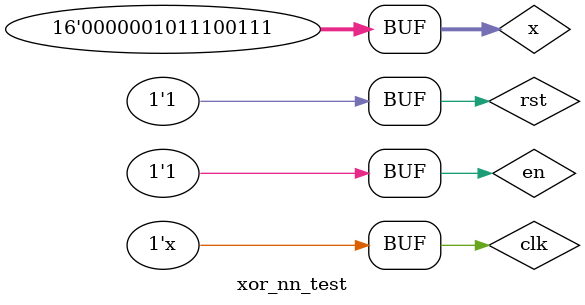
<source format=v>
module xor_nn_test;

reg clk, rst, en;
/*reg [15:0] x1, x2;
wire cl;

xor_nn xn (clk, rst, en, x1, x2, cl);

initial 
begin
	clk = 0;
	rst = 0; 
	en = 0; #10;
	rst = 1; #20;
	en = 1;
	x1 = 16'd743;
	x2 = 16'd819; #200;
end*/

reg [15:0] x;
wire [15:0]y;

sigmoid sgmd (clk, rst, en, x, y);

initial 
begin
	clk = 0;
	rst = 0; 
	en = 0; #10;
	rst = 1; #20;
	en = 1;
	x = 16'd743; #200;
end

always
begin
	clk = ~clk; #5;
end

endmodule

</source>
